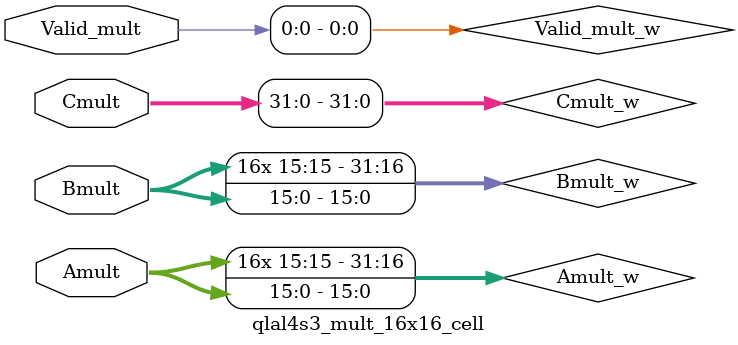
<source format=v>
module \$_MUX8_ (
  A, B, C, D, E, F, G, H, S, T, U, Y
);
  input A, B, C, D, E, F, G, H, S, T, U;
  output Y;
  mux8x0 _TECHMAP_REPLACE_ (
    .A(A),
    .B(B),
    .C(C),
    .D(D),
    .E(E),
    .F(F),
    .G(G),
    .H(H),
    .S0(S),
    .S1(T),
    .S2(U),
    .Q(Y)
  );
endmodule

module \$_MUX4_ (
  A, B, C, D, S, T, U, Y
);
  input A, B, C, D, S, T, U;
  output Y;
  mux4x0 _TECHMAP_REPLACE_ (
    .A(A),
    .B(B),
    .C(C),
    .D(D),
    .S0(S),
    .S1(T),
    .Q(Y)
  );
endmodule

module qlal4s3_mult_16x16_cell (
  input [15:0] Amult,
  input [15:0] Bmult,
  input [1:0] Valid_mult,
  input [31:0] Cmult
);

  wire [63:0] Cmult_w;
  wire [31:0] Amult_w;
  wire [31:0] Bmult_w;
  wire [ 1:0] Valid_mult;

  assign Amult_w = {{16{Amult[15]}}, Amult};
  assign Bmult_w = {{16{Bmult[15]}}, Bmult};
  assign Cmult = Cmult_w[31:0];
  assign Valid_mult_w = {1'b0, Valid_mult[0]};

  qlal4s3_mult_32x32_cell I1 (
    .Amult(Amult_w),
    .Bmult(Bmult_w),
    .Cmult(Cmult_w),
    .Valid_mult(Valid_mult_w)
  );
endmodule

</source>
